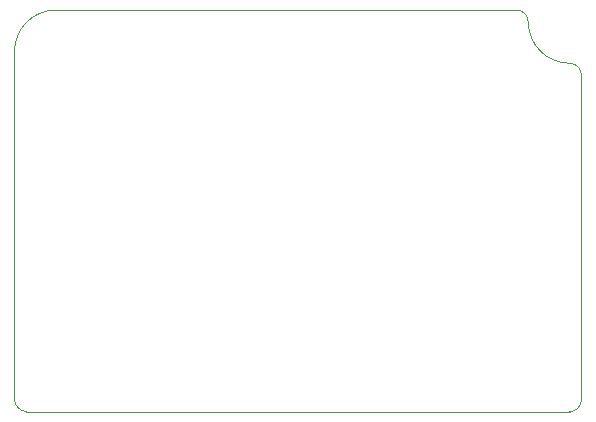
<source format=gbr>
G04 #@! TF.GenerationSoftware,KiCad,Pcbnew,6.0.7-f9a2dced07~116~ubuntu22.04.1*
G04 #@! TF.CreationDate,2022-08-21T20:53:52+02:00*
G04 #@! TF.ProjectId,carabiner-distributor,63617261-6269-46e6-9572-2d6469737472,rev?*
G04 #@! TF.SameCoordinates,Original*
G04 #@! TF.FileFunction,Profile,NP*
%FSLAX46Y46*%
G04 Gerber Fmt 4.6, Leading zero omitted, Abs format (unit mm)*
G04 Created by KiCad (PCBNEW 6.0.7-f9a2dced07~116~ubuntu22.04.1) date 2022-08-21 20:53:52*
%MOMM*%
%LPD*%
G01*
G04 APERTURE LIST*
G04 #@! TA.AperFunction,Profile*
%ADD10C,0.050000*%
G04 #@! TD*
G04 APERTURE END LIST*
D10*
X109500000Y-23500000D02*
G75*
G03*
X113000000Y-27000000I3500000J0D01*
G01*
X105400000Y-22500000D02*
X69500000Y-22500000D01*
X109500000Y-23500000D02*
G75*
G03*
X108500000Y-22500000I-1000000J0D01*
G01*
X113000000Y-56500000D02*
G75*
G03*
X114000000Y-55500000I-9700J1009700D01*
G01*
X113000000Y-56500000D02*
X67000000Y-56500000D01*
X66000000Y-55500000D02*
X66000000Y-26000000D01*
X114000000Y-28000000D02*
G75*
G03*
X113000000Y-27000000I-1000000J0D01*
G01*
X114000000Y-28000000D02*
X114000000Y-55500000D01*
X66000000Y-55500000D02*
G75*
G03*
X67000000Y-56500000I1100100J100100D01*
G01*
X69500000Y-22500000D02*
G75*
G03*
X66000000Y-26000000I0J-3500000D01*
G01*
X105400000Y-22500000D02*
X108500000Y-22500000D01*
M02*

</source>
